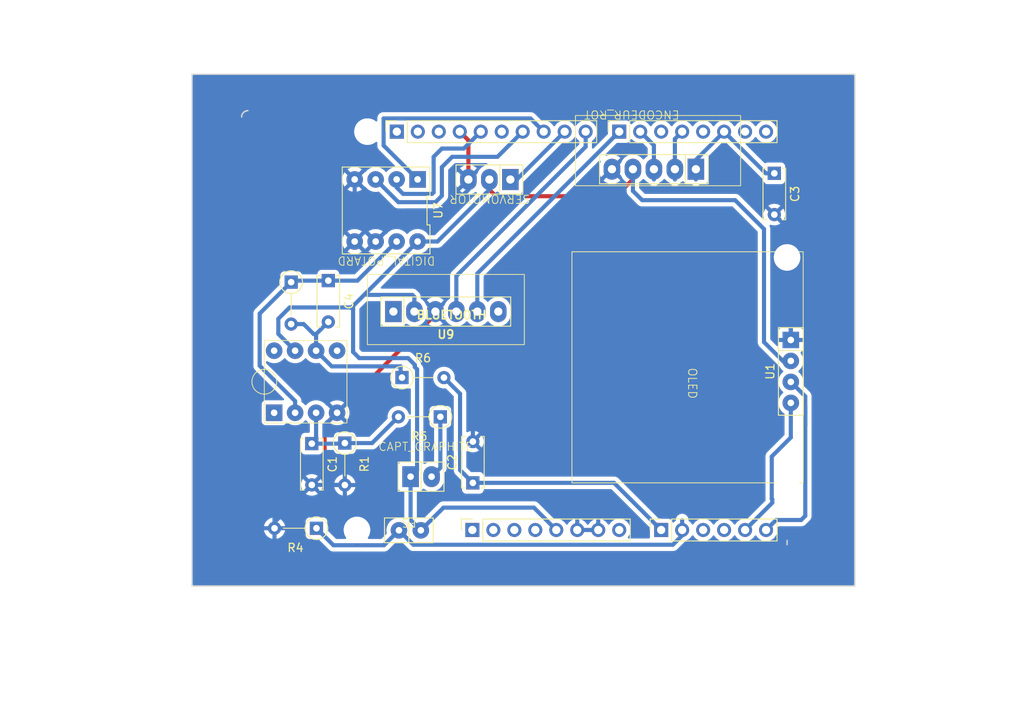
<source format=kicad_pcb>
(kicad_pcb (version 20241229) (generator "pcbnew") (generator_version "9.0")
  (title_block (date "mar. 31 mars 2015"))
  (layers (0 "F.Cu" signal) (2 "B.Cu" signal) (13 "F.Paste" user) (15 "B.Paste" user) (5 "F.SilkS" user "F.Silkscreen") (7 "B.SilkS" user "B.Silkscreen") (1 "F.Mask" user) (3 "B.Mask" user) (25 "Edge.Cuts" user))
  (net 0 "")
  (net 1 "GND")
  (net 3 "/AREF")
  (net 4 "/IOREF")
  (net 5 "/A2")
  (net 6 "/A3")
  (net 7 "/13")
  (net 8 "/12")
  (net 9 "/*11")
  (net 10 "/*10")
  (net 11 "/*9")
  (net 12 "/*5")
  (net 13 "/TX{slash}1")
  (net 14 "/*3")
  (net 15 "/RX{slash}0")
  (net 16 "+3V3")
  (net 17 "VCC")
  (net 18 "/~{RESET}")
  (net 19 "Net-(U4-IN+)")
  (net 20 "Net-(U4-OUT)")
  (net 21 "5V")
  (net 22 "R2")
  (net 23 "OUT_CAPT")
  (net 24 "CAPT_AMPL")
  (net 25 "CLK")
  (net 26 "SCL")
  (net 27 "SDA")
  (net 28 "TXD")
  (net 29 "OUT_FLEX")
  (net 30 "RX")
  (net 31 "SW")
  (net 32 "DT")
  (footprint "Connector_PinSocket_2.54mm:PinSocket_1x08_P2.54mm_Vertical" (layer "F.Cu") (at 127.94 97.46 90)
    (property "Reference" "J1" (hide yes))
    (property "Value" "Power")
    (fp_line (start 1.33 -1.33) (end 1.33 0) (stroke (width 0.12)) (layer "F.SilkS"))
    (fp_line (start 0 -1.33) (end 1.33 -1.33) (stroke (width 0.12)) (layer "F.SilkS"))
    (fp_line (start 1.33 1.27) (end 1.33 19.11) (stroke (width 0.12)) (layer "F.SilkS"))
    (fp_line (start -1.33 1.27) (end 1.33 1.27) (stroke (width 0.12)) (layer "F.SilkS"))
    (fp_line (start -1.33 1.27) (end -1.33 19.11) (stroke (width 0.12)) (layer "F.SilkS"))
    (fp_line (start -1.33 19.11) (end 1.33 19.11) (stroke (width 0.12)) (layer "F.SilkS"))
    (pad "1" thru_hole rect (at 0 0 90) (size 1.7 1.7) (drill 1) (layers "*.Cu" "*.Mask"))
    (pad "2" thru_hole oval (at 0 2.54 90) (size 1.7 1.7) (drill 1) (layers "*.Cu" "*.Mask") (net 4 "/IOREF"))
    (pad "3" thru_hole oval (at 0 5.08 90) (size 1.7 1.7) (drill 1) (layers "*.Cu" "*.Mask") (net 18 "/~{RESET}"))
    (pad "4" thru_hole oval (at 0 7.62 90) (size 1.7 1.7) (drill 1) (layers "*.Cu" "*.Mask") (net 16 "+3V3"))
    (pad "5" thru_hole oval (at 0 10.16 90) (size 1.7 1.7) (drill 1) (layers "*.Cu" "*.Mask") (net 21 "5V"))
    (pad "6" thru_hole oval (at 0 12.7 90) (size 1.7 1.7) (drill 1) (layers "*.Cu" "*.Mask") (net 1 "GND"))
    (pad "7" thru_hole oval (at 0 15.24 90) (size 1.7 1.7) (drill 1) (layers "*.Cu" "*.Mask") (net 1 "GND"))
    (pad "8" thru_hole oval (at 0 17.78 90) (size 1.7 1.7) (drill 1) (layers "*.Cu" "*.Mask") (net 17 "VCC"))
  )
  (footprint "Connector_PinSocket_2.54mm:PinSocket_1x06_P2.54mm_Vertical" (layer "F.Cu") (at 150.8 97.46 90)
    (property "Reference" "J3" (hide yes))
    (property "Value" "Analog")
    (fp_line (start 1.33 -1.33) (end 1.33 0) (stroke (width 0.12)) (layer "F.SilkS"))
    (fp_line (start 0 -1.33) (end 1.33 -1.33) (stroke (width 0.12)) (layer "F.SilkS"))
    (fp_line (start 1.33 1.27) (end 1.33 14.03) (stroke (width 0.12)) (layer "F.SilkS"))
    (fp_line (start -1.33 1.27) (end 1.33 1.27) (stroke (width 0.12)) (layer "F.SilkS"))
    (fp_line (start -1.33 1.27) (end -1.33 14.03) (stroke (width 0.12)) (layer "F.SilkS"))
    (fp_line (start -1.33 14.03) (end 1.33 14.03) (stroke (width 0.12)) (layer "F.SilkS"))
    (pad "1" thru_hole rect (at 0 0 90) (size 1.7 1.7) (drill 1) (layers "*.Cu" "*.Mask") (net 24 "CAPT_AMPL"))
    (pad "2" thru_hole oval (at 0 2.54 90) (size 1.7 1.7) (drill 1) (layers "*.Cu" "*.Mask") (net 29 "OUT_FLEX"))
    (pad "3" thru_hole oval (at 0 5.08 90) (size 1.7 1.7) (drill 1) (layers "*.Cu" "*.Mask") (net 5 "/A2"))
    (pad "4" thru_hole oval (at 0 7.62 90) (size 1.7 1.7) (drill 1) (layers "*.Cu" "*.Mask") (net 6 "/A3"))
    (pad "5" thru_hole oval (at 0 10.16 90) (size 1.7 1.7) (drill 1) (layers "*.Cu" "*.Mask") (net 27 "SDA"))
    (pad "6" thru_hole oval (at 0 12.7 90) (size 1.7 1.7) (drill 1) (layers "*.Cu" "*.Mask") (net 26 "SCL"))
  )
  (footprint "Connector_PinSocket_2.54mm:PinSocket_1x10_P2.54mm_Vertical" (layer "F.Cu") (at 118.796 49.2 90)
    (property "Reference" "J2" (hide yes))
    (property "Value" "Digital/PWM")
    (fp_line (start 1.33 -1.33) (end 1.33 0) (stroke (width 0.12)) (layer "F.SilkS"))
    (fp_line (start 0 -1.33) (end 1.33 -1.33) (stroke (width 0.12)) (layer "F.SilkS"))
    (fp_line (start 1.33 1.27) (end 1.33 24.19) (stroke (width 0.12)) (layer "F.SilkS"))
    (fp_line (start -1.33 1.27) (end 1.33 1.27) (stroke (width 0.12)) (layer "F.SilkS"))
    (fp_line (start -1.33 1.27) (end -1.33 24.19) (stroke (width 0.12)) (layer "F.SilkS"))
    (fp_line (start -1.33 24.19) (end 1.33 24.19) (stroke (width 0.12)) (layer "F.SilkS"))
    (pad "1" thru_hole rect (at 0 0 90) (size 1.7 1.7) (drill 1) (layers "*.Cu" "*.Mask") (net 26 "SCL"))
    (pad "2" thru_hole oval (at 0 2.54 90) (size 1.7 1.7) (drill 1) (layers "*.Cu" "*.Mask") (net 27 "SDA"))
    (pad "3" thru_hole oval (at 0 5.08 90) (size 1.7 1.7) (drill 1) (layers "*.Cu" "*.Mask") (net 3 "/AREF"))
    (pad "4" thru_hole oval (at 0 7.62 90) (size 1.7 1.7) (drill 1) (layers "*.Cu" "*.Mask") (net 1 "GND"))
    (pad "5" thru_hole oval (at 0 10.16 90) (size 1.7 1.7) (drill 1) (layers "*.Cu" "*.Mask") (net 7 "/13"))
    (pad "6" thru_hole oval (at 0 12.7 90) (size 1.7 1.7) (drill 1) (layers "*.Cu" "*.Mask") (net 8 "/12"))
    (pad "7" thru_hole oval (at 0 15.24 90) (size 1.7 1.7) (drill 1) (layers "*.Cu" "*.Mask") (net 9 "/*11"))
    (pad "8" thru_hole oval (at 0 17.78 90) (size 1.7 1.7) (drill 1) (layers "*.Cu" "*.Mask") (net 10 "/*10"))
    (pad "9" thru_hole oval (at 0 20.32 90) (size 1.7 1.7) (drill 1) (layers "*.Cu" "*.Mask") (net 11 "/*9"))
    (pad "10" thru_hole oval (at 0 22.86 90) (size 1.7 1.7) (drill 1) (layers "*.Cu" "*.Mask") (net 28 "TXD"))
  )
  (footprint "Connector_PinSocket_2.54mm:PinSocket_1x08_P2.54mm_Vertical" (layer "F.Cu") (at 145.72 49.2 90)
    (property "Reference" "J4" (hide yes))
    (property "Value" "Digital/PWM")
    (fp_line (start 1.33 -1.33) (end 1.33 0) (stroke (width 0.12)) (layer "F.SilkS"))
    (fp_line (start 0 -1.33) (end 1.33 -1.33) (stroke (width 0.12)) (layer "F.SilkS"))
    (fp_line (start 1.33 1.27) (end 1.33 19.11) (stroke (width 0.12)) (layer "F.SilkS"))
    (fp_line (start -1.33 1.27) (end 1.33 1.27) (stroke (width 0.12)) (layer "F.SilkS"))
    (fp_line (start -1.33 1.27) (end -1.33 19.11) (stroke (width 0.12)) (layer "F.SilkS"))
    (fp_line (start -1.33 19.11) (end 1.33 19.11) (stroke (width 0.12)) (layer "F.SilkS"))
    (pad "1" thru_hole rect (at 0 0 90) (size 1.7 1.7) (drill 1) (layers "*.Cu" "*.Mask") (net 30 "RX"))
    (pad "2" thru_hole oval (at 0 2.54 90) (size 1.7 1.7) (drill 1) (layers "*.Cu" "*.Mask") (net 31 "SW"))
    (pad "3" thru_hole oval (at 0 5.08 90) (size 1.7 1.7) (drill 1) (layers "*.Cu" "*.Mask") (net 12 "/*5"))
    (pad "4" thru_hole oval (at 0 7.62 90) (size 1.7 1.7) (drill 1) (layers "*.Cu" "*.Mask") (net 32 "DT"))
    (pad "5" thru_hole oval (at 0 10.16 90) (size 1.7 1.7) (drill 1) (layers "*.Cu" "*.Mask") (net 14 "/*3"))
    (pad "6" thru_hole oval (at 0 12.7 90) (size 1.7 1.7) (drill 1) (layers "*.Cu" "*.Mask") (net 25 "CLK"))
    (pad "7" thru_hole oval (at 0 15.24 90) (size 1.7 1.7) (drill 1) (layers "*.Cu" "*.Mask") (net 13 "/TX{slash}1"))
    (pad "8" thru_hole oval (at 0 17.78 90) (size 1.7 1.7) (drill 1) (layers "*.Cu" "*.Mask") (net 15 "/RX{slash}0"))
  )
  (footprint "librairie_empreintes:R_Axial_DIN0207_L6.3mm_D2.5mm_P5.08mm_Vertical" (layer "F.Cu") (at 109.065 97.25 180)
    (property "Reference" "R4" (at 2.54 -2.37 0) (layer "F.SilkS"))
    (property "Value" "47k")
    (fp_line (start 1.37 0) (end 3.98 0) (stroke (width 0.12)) (layer "F.SilkS"))
    (fp_circle (center 0 0) (end 1.37 0) (stroke (width 0.12)) (fill no) (layer "F.SilkS"))
    (pad "1" thru_hole rect (at 0 0 180) (size 1.6 1.6) (drill 0.8) (layers "*.Cu" "*.Mask") (net 29 "OUT_FLEX"))
    (pad "2" thru_hole oval (at 5.08 0 180) (size 1.6 1.6) (drill 0.8) (layers "*.Cu" "*.Mask") (net 1 "GND"))
  )
  (footprint "librairie_empreintes:SIP-3" (layer "F.Cu") (at 130 55 180)
    (property "Reference" "U6" (hide yes))
    (property "Value" "~" (hide yes))
    (fp_line (start 4.04 1.77) (end -4.04 1.77) (stroke (width 0.12)) (layer "F.SilkS"))
    (fp_line (start 4.04 -1.77) (end 4.04 1.77) (stroke (width 0.12)) (layer "F.SilkS"))
    (fp_line (start -1.27 -1.77) (end -1.27 1.77) (stroke (width 0.12)) (layer "F.SilkS"))
    (fp_line (start -4.04 1.77) (end -4.04 -1.77) (stroke (width 0.12)) (layer "F.SilkS"))
    (fp_line (start -4.04 -1.77) (end 4.04 -1.77) (stroke (width 0.12)) (layer "F.SilkS"))
    (fp_text user "SERVOMOTOR" (at -5 -1.77 180) (layer "F.SilkS") (effects (font (thickness 0.1)) (justify left bottom)))
    (pad "1" thru_hole rect (at -2.54 0 180) (size 2 2.54) (drill 1) (layers "*.Cu" "*.Mask") (net 11 "/*9"))
    (pad "2" thru_hole oval (at 0 0 180) (size 2 2.54) (drill 1) (layers "*.Cu" "*.Mask") (net 21 "5V"))
    (pad "3" thru_hole oval (at 2.54 0 180) (size 2 2.54) (drill 1) (layers "*.Cu" "*.Mask") (net 1 "GND"))
  )
  (footprint "librairie_empreintes:R_Axial_DIN0207_L6.3mm_D2.5mm_P5.08mm_Vertical" (layer "F.Cu") (at 124.065 83.75 180)
    (property "Reference" "R5" (at 2.54 -2.37 0) (layer "F.SilkS"))
    (property "Value" "10k")
    (fp_line (start 1.37 0) (end 3.98 0) (stroke (width 0.12)) (layer "F.SilkS"))
    (fp_circle (center 0 0) (end 1.37 0) (stroke (width 0.12)) (fill no) (layer "F.SilkS"))
    (pad "1" thru_hole rect (at 0 0 180) (size 1.6 1.6) (drill 0.8) (layers "*.Cu" "*.Mask") (net 23 "OUT_CAPT"))
    (pad "2" thru_hole oval (at 5.08 0 180) (size 1.6 1.6) (drill 0.8) (layers "*.Cu" "*.Mask") (net 19 "Net-(U4-IN+)"))
  )
  (footprint "librairie_empreintes:DIP-8_296" (layer "F.Cu") (at 117.5 58.75 180)
    (property "Reference" "U7" (at -6.31 0 90) (layer "F.SilkS"))
    (property "Value" "~")
    (fp_line (start 5.31 5.26) (end 5.31 -5.26) (stroke (width 0.12)) (layer "F.SilkS"))
    (fp_line (start 5.31 -5.26) (end -5.31 -5.26) (stroke (width 0.12)) (layer "F.SilkS"))
    (fp_line (start -4.95 1.753333) (end -5.31 1.753333) (stroke (width 0.12)) (layer "F.SilkS"))
    (fp_line (start -4.95 -1.753333) (end -4.95 1.753333) (stroke (width 0.12)) (layer "F.SilkS"))
    (fp_line (start -5.31 5.26) (end 5.31 5.26) (stroke (width 0.12)) (layer "F.SilkS"))
    (fp_line (start -5.31 1.753333) (end -5.31 5.26) (stroke (width 0.12)) (layer "F.SilkS"))
    (fp_line (start -5.31 -1.753333) (end -4.95 -1.753333) (stroke (width 0.12)) (layer "F.SilkS"))
    (fp_line (start -5.31 -5.26) (end -5.31 -1.753333) (stroke (width 0.12)) (layer "F.SilkS"))
    (fp_text user "DIGITAL_POTARD" (at -6 -5.5 180) (layer "F.SilkS") (effects (font (thickness 0.1)) (justify left bottom)))
    (pad "1" thru_hole rect (at -3.81 3.76 180) (size 2 2) (drill 0.8) (layers "*.Cu" "*.Mask") (net 10 "/*10"))
    (pad "2" thru_hole circle (at -1.27 3.76 180) (size 2 2) (drill 0.8) (layers "*.Cu" "*.Mask") (net 7 "/13"))
    (pad "3" thru_hole circle (at 1.27 3.76 180) (size 2 2) (drill 0.8) (layers "*.Cu" "*.Mask") (net 9 "/*11"))
    (pad "4" thru_hole circle (at 3.81 3.76 180) (size 2 2) (drill 0.8) (layers "*.Cu" "*.Mask") (net 1 "GND"))
    (pad "5" thru_hole circle (at 3.81 -3.76 180) (size 2 2) (drill 0.8) (layers "*.Cu" "*.Mask") (net 1 "GND"))
    (pad "6" thru_hole circle (at 1.27 -3.76 180) (size 2 2) (drill 0.8) (layers "*.Cu" "*.Mask") (net 1 "GND"))
    (pad "7" thru_hole circle (at -1.27 -3.76 180) (size 2 2) (drill 0.8) (layers "*.Cu" "*.Mask") (net 22 "R2"))
    (pad "8" thru_hole circle (at -3.81 -3.76 180) (size 2 2) (drill 0.8) (layers "*.Cu" "*.Mask") (net 21 "5V"))
  )
  (footprint "librairie_empreintes:C_Disc_D6.0mm_W2.5mm_P5.00mm" (layer "F.Cu") (at 164.5 54.25 -90)
    (property "Reference" "C3" (at 2.5 -2.5 90) (layer "F.SilkS"))
    (property "Value" "100n")
    (fp_line (start -0.62 1.37) (end 5.62 1.37) (stroke (width 0.12)) (layer "F.SilkS"))
    (fp_line (start -0.62 0.925) (end -0.62 1.37) (stroke (width 0.12)) (layer "F.SilkS"))
    (fp_line (start 5.62 0.925) (end 5.62 1.37) (stroke (width 0.12)) (layer "F.SilkS"))
    (fp_line (start -0.62 -1.37) (end -0.62 -0.925) (stroke (width 0.12)) (layer "F.SilkS"))
    (fp_line (start -0.62 -1.37) (end 5.62 -1.37) (stroke (width 0.12)) (layer "F.SilkS"))
    (fp_line (start 5.62 -1.37) (end 5.62 -0.925) (stroke (width 0.12)) (layer "F.SilkS"))
    (pad "1" thru_hole rect (at 0 0 270) (size 1.6 1.6) (drill 0.8) (layers "*.Cu" "*.Mask") (net 25 "CLK"))
    (pad "2" thru_hole circle (at 5 0 270) (size 1.6 1.6) (drill 0.8) (layers "*.Cu" "*.Mask") (net 1 "GND"))
  )
  (footprint "librairie_empreintes:SIP-4" (layer "F.Cu") (at 166.495 78.25 -90)
    (property "Reference" "U1" (at 0 2.5 90) (layer "F.SilkS"))
    (property "Value" "~")
    (fp_line (start -5.31 1.5) (end -5.31 -1.5) (stroke (width 0.12)) (layer "F.SilkS"))
    (fp_line (start 5.31 1.5) (end -5.31 1.5) (stroke (width 0.12)) (layer "F.SilkS"))
    (fp_line (start -5.31 -1.5) (end 5.31 -1.5) (stroke (width 0.12)) (layer "F.SilkS"))
    (fp_line (start -2.54 -1.5) (end -2.54 1.5) (stroke (width 0.12)) (layer "F.SilkS"))
    (fp_line (start 5.31 -1.5) (end 5.31 1.5) (stroke (width 0.12)) (layer "F.SilkS"))
    (fp_rect (start -14.5 -1.5) (end 13.5 26.5) (stroke (width 0.1)) (fill no) (layer "F.SilkS"))
    (fp_text user "OLED" (at -0.5 12.5 270) (layer "F.SilkS") (effects (font (thickness 0.1)) (justify left bottom)))
    (pad "1" thru_hole rect (at -3.81 0 270) (size 2 2) (drill 0.8) (layers "*.Cu" "*.Mask") (net 1 "GND"))
    (pad "2" thru_hole circle (at -1.27 0 270) (size 2 2) (drill 0.8) (layers "*.Cu" "*.Mask") (net 21 "5V"))
    (pad "3" thru_hole circle (at 1.27 0 270) (size 2 2) (drill 0.8) (layers "*.Cu" "*.Mask") (net 26 "SCL"))
    (pad "4" thru_hole circle (at 3.81 0 270) (size 2 2) (drill 0.8) (layers "*.Cu" "*.Mask") (net 27 "SDA"))
  )
  (footprint "librairie_empreintes:C_Disc_D6.0mm_W2.5mm_P5.00mm" (layer "F.Cu") (at 108.5 87 -90)
    (property "Reference" "C1" (at 2.5 -2.5 90) (layer "F.SilkS"))
    (property "Value" "100n")
    (fp_line (start -0.62 1.37) (end 5.62 1.37) (stroke (width 0.12)) (layer "F.SilkS"))
    (fp_line (start -0.62 0.925) (end -0.62 1.37) (stroke (width 0.12)) (layer "F.SilkS"))
    (fp_line (start 5.62 0.925) (end 5.62 1.37) (stroke (width 0.12)) (layer "F.SilkS"))
    (fp_line (start -0.62 -1.37) (end -0.62 -0.925) (stroke (width 0.12)) (layer "F.SilkS"))
    (fp_line (start -0.62 -1.37) (end 5.62 -1.37) (stroke (width 0.12)) (layer "F.SilkS"))
    (fp_line (start 5.62 -1.37) (end 5.62 -0.925) (stroke (width 0.12)) (layer "F.SilkS"))
    (pad "1" thru_hole rect (at 0 0 270) (size 1.6 1.6) (drill 0.8) (layers "*.Cu" "*.Mask") (net 19 "Net-(U4-IN+)"))
    (pad "2" thru_hole circle (at 5 0 270) (size 1.6 1.6) (drill 0.8) (layers "*.Cu" "*.Mask") (net 1 "GND"))
  )
  (footprint "librairie_empreintes:C_Disc_D6.0mm_W2.5mm_P5.00mm" (layer "F.Cu") (at 110.5 67.25 -90)
    (property "Reference" "C4" (at 2.5 -2.5 90) (layer "F.SilkS"))
    (property "Value" "1u")
    (fp_line (start -0.62 1.37) (end 5.62 1.37) (stroke (width 0.12)) (layer "F.SilkS"))
    (fp_line (start -0.62 0.925) (end -0.62 1.37) (stroke (width 0.12)) (layer "F.SilkS"))
    (fp_line (start 5.62 0.925) (end 5.62 1.37) (stroke (width 0.12)) (layer "F.SilkS"))
    (fp_line (start -0.62 -1.37) (end -0.62 -0.925) (stroke (width 0.12)) (layer "F.SilkS"))
    (fp_line (start -0.62 -1.37) (end 5.62 -1.37) (stroke (width 0.12)) (layer "F.SilkS"))
    (fp_line (start 5.62 -1.37) (end 5.62 -0.925) (stroke (width 0.12)) (layer "F.SilkS"))
    (pad "1" thru_hole rect (at 0 0 270) (size 1.6 1.6) (drill 0.8) (layers "*.Cu" "*.Mask") (net 22 "R2"))
    (pad "2" thru_hole circle (at 5 0 270) (size 1.6 1.6) (drill 0.8) (layers "*.Cu" "*.Mask") (net 20 "Net-(U4-OUT)"))
  )
  (footprint "Arduino_MountingHole:MountingHole_3.2mm" (layer "F.Cu") (at 115.24 49.2)
    (property "Reference" "MH1" (hide yes))
    (property "Value" "MountingHole_3.2mm" (hide yes))
    (pad "" np_thru_hole circle (at 0 0) (size 3.2 3.2) (drill 3.2) (layers "*.Cu" "*.Mask"))
  )
  (footprint "librairie_empreintes:CAPTEUR_GRAPHITE" (layer "F.Cu") (at 122.5 97)
    (property "Reference" "U8" (hide yes))
    (property "Value" "~" (hide yes))
    (fp_line (start -3.54 -7.77) (end 2 -7.77) (stroke (width 0.12)) (layer "F.SilkS"))
    (fp_line (start -3.54 -4.23) (end -3.54 -7.77) (stroke (width 0.12)) (layer "F.SilkS"))
    (fp_line (start -0.77 -7.77) (end -0.77 -4.23) (stroke (width 0.12)) (layer "F.SilkS"))
    (fp_line (start 2 -7.77) (end 2 -4.23) (stroke (width 0.12)) (layer "F.SilkS"))
    (fp_line (start 2 -4.23) (end -3.54 -4.23) (stroke (width 0.12)) (layer "F.SilkS"))
    (fp_text user "CAPT_GRAPHITE" (at -6 -9.04 0) (layer "F.SilkS") (effects (font (thickness 0.1)) (justify left bottom)))
    (pad "1" thru_hole rect (at -2.04 -6) (size 2 2.54) (drill 0.8) (layers "*.Cu" "*.Mask") (net 21 "5V"))
    (pad "2" thru_hole oval (at 0.5 -6) (size 2 2.54) (drill 0.8) (layers "*.Cu" "*.Mask") (net 23 "OUT_CAPT"))
  )
  (footprint "librairie_empreintes:R_Axial_DIN0207_L6.3mm_D2.5mm_P5.08mm_Vertical" (layer "F.Cu") (at 106 67.435 -90)
    (property "Reference" "R3" (hide yes))
    (property "Value" "100k")
    (fp_line (start 1.37 0) (end 3.98 0) (stroke (width 0.12)) (layer "F.SilkS"))
    (fp_circle (center 0 0) (end 1.37 0) (stroke (width 0.12)) (fill no) (layer "F.SilkS"))
    (pad "1" thru_hole rect (at 0 0 270) (size 1.6 1.6) (drill 0.8) (layers "*.Cu" "*.Mask") (net 22 "R2"))
    (pad "2" thru_hole oval (at 5.08 0 270) (size 1.6 1.6) (drill 0.8) (layers "*.Cu" "*.Mask") (net 20 "Net-(U4-OUT)"))
  )
  (footprint "librairie_empreintes:BLUETOOTH" (layer "F.Cu") (at 124.73 71)
    (property "Reference" "U9" (at 0 2.77 0) (layer "F.SilkS") (effects (font (thickness 0.2) (bold yes))))
    (property "Value" "~" (hide yes))
    (fp_line (start -7.85 -1.77) (end 7.85 -1.77) (stroke (width 0.12)) (layer "F.SilkS"))
    (fp_line (start -7.85 1.77) (end -7.85 -1.77) (stroke (width 0.12)) (layer "F.SilkS"))
    (fp_line (start -5.08 -1.77) (end -5.08 1.77) (stroke (width 0.12)) (layer "F.SilkS"))
    (fp_line (start 7.85 -1.77) (end 7.85 1.77) (stroke (width 0.12)) (layer "F.SilkS"))
    (fp_line (start 7.85 1.77) (end -7.85 1.77) (stroke (width 0.12)) (layer "F.SilkS"))
    (fp_rect (start -9.5 -4.5) (end 9.5 4) (stroke (width 0.1)) (fill no) (layer "F.SilkS"))
    (fp_text user "BLUETOOTH" (at -3.65 1 0) (layer "F.SilkS") (effects (font (thickness 0.2) (bold yes)) (justify left bottom)))
    (pad "1" thru_hole rect (at -6.35 0) (size 2 2.54) (drill 1) (layers "*.Cu" "*.Mask"))
    (pad "2" thru_hole oval (at -3.81 0) (size 2 2.54) (drill 1) (layers "*.Cu" "*.Mask") (net 21 "5V"))
    (pad "3" thru_hole oval (at -1.27 0) (size 2 2.54) (drill 1) (layers "*.Cu" "*.Mask") (net 1 "GND"))
    (pad "4" thru_hole oval (at 1.27 0) (size 2 2.54) (drill 1) (layers "*.Cu" "*.Mask") (net 28 "TXD"))
    (pad "5" thru_hole oval (at 3.81 0) (size 2 2.54) (drill 1) (layers "*.Cu" "*.Mask") (net 30 "RX"))
    (pad "6" thru_hole oval (at 6.35 0) (size 2 2.54) (drill 1) (layers "*.Cu" "*.Mask"))
  )
  (footprint "librairie_empreintes:C_Disc_D6.0mm_W2.5mm_P5.00mm" (layer "F.Cu") (at 128 91.75 90)
    (property "Reference" "C2" (at 2.5 -2.5 90) (layer "F.SilkS"))
    (property "Value" "100n")
    (fp_line (start 5.62 -1.37) (end 5.62 -0.925) (stroke (width 0.12)) (layer "F.SilkS"))
    (fp_line (start -0.62 -1.37) (end 5.62 -1.37) (stroke (width 0.12)) (layer "F.SilkS"))
    (fp_line (start -0.62 -1.37) (end -0.62 -0.925) (stroke (width 0.12)) (layer "F.SilkS"))
    (fp_line (start 5.62 0.925) (end 5.62 1.37) (stroke (width 0.12)) (layer "F.SilkS"))
    (fp_line (start -0.62 0.925) (end -0.62 1.37) (stroke (width 0.12)) (layer "F.SilkS"))
    (fp_line (start -0.62 1.37) (end 5.62 1.37) (stroke (width 0.12)) (layer "F.SilkS"))
    (pad "1" thru_hole rect (at 0 0 90) (size 1.6 1.6) (drill 0.8) (layers "*.Cu" "*.Mask") (net 24 "CAPT_AMPL"))
    (pad "2" thru_hole circle (at 5 0 90) (size 1.6 1.6) (drill 0.8) (layers "*.Cu" "*.Mask") (net 1 "GND"))
  )
  (footprint "librairie_empreintes:SIP-2" (layer "F.Cu") (at 120.25 96.75 180)
    (property "Reference" "U5" (hide yes))
    (property "Value" "~" (hide yes))
    (fp_line (start 2.95 0.75) (end -2.95 0.75) (stroke (width 0.12)) (layer "F.SilkS"))
    (fp_line (start 2.95 -2.25) (end 2.95 0.75) (stroke (width 0.12)) (layer "F.SilkS"))
    (fp_line (start 0 -2.25) (end 0 0.75) (stroke (width 0.12)) (layer "F.SilkS"))
    (fp_line (start -2.95 0.75) (end -2.95 -2.25) (stroke (width 0.12)) (layer "F.SilkS"))
    (fp_line (start -2.95 -2.25) (end 2.95 -2.25) (stroke (width 0.12)) (layer "F.SilkS"))
    (fp_text user "FS" (at -1 0.75 180) (layer "F.SilkS") (effects (font (thickness 0.1)) (justify left bottom)))
    (pad "1" thru_hole circle (at -1.45 -0.75 180) (size 2 2) (drill 0.8) (layers "*.Cu" "*.Mask") (net 21 "5V"))
    (pad "2" thru_hole circle (at 1.2 -0.75 180) (size 2 2) (drill 0.8) (layers "*.Cu" "*.Mask") (net 29 "OUT_FLEX"))
  )
  (footprint "librairie_empreintes:DIP-8_296" (layer "F.Cu") (at 107.75 79.5)
    (property "Reference" "U4" (hide yes))
    (property "Value" "~" (hide yes))
    (fp_rect (start -5 -5) (end 5 5) (stroke (width 0.1)) (fill no) (layer "F.SilkS"))
    (fp_circle (center -5 0) (end -3.5 0) (stroke (width 0.1)) (fill no) (layer "F.SilkS"))
    (pad "1" thru_hole rect (at -3.81 3.76) (size 2 2) (drill 0.8) (layers "*.Cu" "*.Mask"))
    (pad "2" thru_hole circle (at -1.27 3.76) (size 2 2) (drill 0.8) (layers "*.Cu" "*.Mask") (net 22 "R2"))
    (pad "3" thru_hole circle (at 1.27 3.76) (size 2 2) (drill 0.8) (layers "*.Cu" "*.Mask") (net 19 "Net-(U4-IN+)"))
    (pad "4" thru_hole circle (at 3.81 3.76) (size 2 2) (drill 0.8) (layers "*.Cu" "*.Mask") (net 1 "GND"))
    (pad "5" thru_hole circle (at 3.81 -3.76) (size 2 2) (drill 0.8) (layers "*.Cu" "*.Mask"))
    (pad "6" thru_hole circle (at 1.27 -3.76) (size 2 2) (drill 0.8) (layers "*.Cu" "*.Mask") (net 20 "Net-(U4-OUT)"))
    (pad "7" thru_hole circle (at -1.27 -3.76) (size 2 2) (drill 0.8) (layers "*.Cu" "*.Mask") (net 21 "5V"))
    (pad "8" thru_hole circle (at -3.81 -3.76) (size 2 2) (drill 0.8) (layers "*.Cu" "*.Mask"))
  )
  (footprint "librairie_empreintes:ENCODEUR ROT" (layer "F.Cu") (at 149.92 53.75 180)
    (property "Reference" "U2" (hide yes))
    (property "Value" "~" (hide yes))
    (fp_line (start 6.58 1.77) (end -6.58 1.77) (stroke (width 0.12)) (layer "F.SilkS"))
    (fp_line (start 6.58 -1.77) (end 6.58 1.77) (stroke (width 0.12)) (layer "F.SilkS"))
    (fp_line (start -3.81 -1.77) (end -3.81 1.77) (stroke (width 0.12)) (layer "F.SilkS"))
    (fp_line (start -6.58 1.77) (end -6.58 -1.77) (stroke (width 0.12)) (layer "F.SilkS"))
    (fp_line (start -6.58 -1.77) (end 6.58 -1.77) (stroke (width 0.12)) (layer "F.SilkS"))
    (fp_rect (start -10.5 -2) (end 9.5 6.5) (stroke (width 0.1)) (fill no) (layer "F.SilkS"))
    (fp_text user "ENCODEUR_ROT" (at -3.15 7.2 180) (layer "F.SilkS") (effects (font (thickness 0.1)) (justify left bottom)))
    (pad "1" thru_hole rect (at -5.08 0 180) (size 2 2.54) (drill 1) (layers "*.Cu" "*.Mask") (net 25 "CLK"))
    (pad "2" thru_hole oval (at -2.54 0 180) (size 2 2.54) (drill 1) (layers "*.Cu" "*.Mask") (net 32 "DT"))
    (pad "3" thru_hole oval (at 0 0 180) (size 2 2.54) (drill 1) (layers "*.Cu" "*.Mask") (net 31 "SW"))
    (pad "4" thru_hole oval (at 2.54 0 180) (size 2 2.54) (drill 1) (layers "*.Cu" "*.Mask") (net 21 "5V"))
    (pad "5" thru_hole oval (at 5.08 0 180) (size 2 2.54) (drill 1) (layers "*.Cu" "*.Mask") (net 1 "GND"))
  )
  (footprint "Arduino_MountingHole:MountingHole_3.2mm" (layer "F.Cu") (at 113.97 97.46)
    (property "Reference" "MH2" (hide yes))
    (property "Value" "MountingHole_3.2mm" (hide yes))
    (pad "" np_thru_hole circle (at 0 0) (size 3.2 3.2) (drill 3.2) (layers "*.Cu" "*.Mask"))
  )
  (footprint "Arduino_MountingHole:MountingHole_3.2mm" (layer "F.Cu") (at 166.04 64.44)
    (property "Reference" "MH3" (hide yes))
    (property "Value" "MountingHole_3.2mm" (hide yes))
    (pad "" np_thru_hole circle (at 0 0) (size 3.2 3.2) (drill 3.2) (layers "*.Cu" "*.Mask"))
  )
  (footprint "Arduino_MountingHole:MountingHole_3.2mm" (layer "F.Cu") (at 166.04 92.38)
    (property "Reference" "MH4" (hide yes))
    (property "Value" "MountingHole_3.2mm" (hide yes))
    (pad "" np_thru_hole circle (at 0 0) (size 3.2 3.2) (drill 3.2) (layers "*.Cu" "*.Mask"))
  )
  (footprint "librairie_empreintes:R_Axial_DIN0207_L6.3mm_D2.5mm_P5.08mm_Vertical" (layer "F.Cu") (at 112.5 86.935 -90)
    (property "Reference" "R1" (at 2.54 -2.37 90) (layer "F.SilkS"))
    (property "Value" "100k")
    (fp_line (start 1.37 0) (end 3.98 0) (stroke (width 0.12)) (layer "F.SilkS"))
    (fp_circle (center 0 0) (end 1.37 0) (stroke (width 0.12)) (fill no) (layer "F.SilkS"))
    (pad "1" thru_hole rect (at 0 0 270) (size 1.6 1.6) (drill 0.8) (layers "*.Cu" "*.Mask") (net 19 "Net-(U4-IN+)"))
    (pad "2" thru_hole oval (at 5.08 0 270) (size 1.6 1.6) (drill 0.8) (layers "*.Cu" "*.Mask") (net 1 "GND"))
  )
  (footprint "librairie_empreintes:R_Axial_DIN0207_L6.3mm_D2.5mm_P5.08mm_Vertical" (layer "F.Cu") (at 119.42 79)
    (property "Reference" "R6" (at 2.54 -2.37 0) (layer "F.SilkS"))
    (property "Value" "1k")
    (fp_line (start 1.37 0) (end 3.98 0) (stroke (width 0.12)) (layer "F.SilkS"))
    (fp_circle (center 0 0) (end 1.37 0) (stroke (width 0.12)) (fill no) (layer "F.SilkS"))
    (pad "1" thru_hole rect (at 0 0) (size 1.6 1.6) (drill 0.8) (layers "*.Cu" "*.Mask") (net 20 "Net-(U4-OUT)"))
    (pad "2" thru_hole oval (at 5.08 0) (size 1.6 1.6) (drill 0.8) (layers "*.Cu" "*.Mask") (net 24 "CAPT_AMPL"))
  )
  (gr_rect (start 94 42.25) (end 174.25 104.25) (stroke (width 0.15)) (fill no) (layer "Edge.Cuts"))
  (gr_line (start 166.04 98.73) (end 166.04 99.238) (stroke (width 0.15)) (layer "Edge.Cuts"))
  (gr_arc (start 100 47.422) (mid 100.223185 46.883185) (end 100.762 46.66) (stroke (width 0.15)) (layer "Edge.Cuts"))
  (segment (start 127.46 50.244) (end 126.416 49.2) (width 0.5) (layer "F.Cu") (net 1))
  (segment (start 127.46 55) (end 127.46 50.244) (width 0.5) (layer "F.Cu") (net 1))
  (segment (start 110.051 84.769) (end 111.56 83.26) (width 0.5) (layer "F.Cu") (net 1))
  (segment (start 123.46 71.36) (end 123.46 71) (width 0.5) (layer "F.Cu") (net 1))
  (segment (start 108.5 92) (end 110.051 90.449) (width 0.5) (layer "F.Cu") (net 1))
  (segment (start 110.051 90.449) (end 110.051 84.769) (width 0.5) (layer "F.Cu") (net 1))
  (segment (start 111.56 83.26) (end 123.46 71.36) (width 0.5) (layer "F.Cu") (net 1))
  (segment (start 103.985 96.515) (end 103.985 97.25) (width 0.5) (layer "B.Cu") (net 1))
  (segment (start 116.23 62.51) (end 113.69 59.97) (width 0.5) (layer "B.Cu") (net 1))
  (segment (start 167.891 69) (end 166.495 70.396) (width 0.5) (layer "B.Cu") (net 1))
  (segment (start 116.23 62.51) (end 119.997 58.743) (width 0.5) (layer "B.Cu") (net 1))
  (segment (start 128 75.746288) (end 123.46 71.206288) (width 0.5) (layer "B.Cu") (net 1))
  (segment (start 167.891 69) (end 167.891 62.641) (width 0.5) (layer "B.Cu") (net 1))
  (segment (start 112.485 92) (end 112.5 92.015) (width 0.5) (layer "B.Cu") (net 1))
  (segment (start 113.69 59.97) (end 113.69 54.99) (width 0.5) (layer "B.Cu") (net 1))
  (segment (start 108.5 92) (end 112.485 92) (width 0.5) (layer "B.Cu") (net 1))
  (segment (start 167.891 62.641) (end 164.5 59.25) (width 0.5) (layer "B.Cu") (net 1))
  (segment (start 124.947 58.743) (end 127.46 56.23) (width 0.5) (layer "B.Cu") (net 1))
  (segment (start 119.997 58.743) (end 124.947 58.743) (width 0.5) (layer "B.Cu") (net 1))
  (segment (start 108.5 92) (end 103.985 96.515) (width 0.5) (layer "B.Cu") (net 1))
  (segment (start 128 86.75) (end 128 75.746288) (width 0.5) (layer "B.Cu") (net 1))
  (segment (start 166.495 70.396) (end 166.495 74.44) (width 0.5) (layer "B.Cu") (net 1))
  (segment (start 123.46 71.206288) (end 123.46 71) (width 0.5) (layer "B.Cu") (net 1))
  (segment (start 127.46 56.23) (end 127.46 55) (width 0.5) (layer "B.Cu") (net 1))
  (segment (start 126.906 51.25) (end 128.956 49.2) (width 0.5) (layer "B.Cu") (net 7))
  (segment (start 124.25 51.25) (end 126.906 51.25) (width 0.5) (layer "B.Cu") (net 7))
  (segment (start 123.25 52.25) (end 124.25 51.25) (width 0.5) (layer "B.Cu") (net 7))
  (segment (start 118.77 54.99) (end 118.77 55.952) (width 0.5) (layer "B.Cu") (net 7))
  (segment (start 118.77 55.952) (end 119.559 56.741) (width 0.5) (layer "B.Cu") (net 7))
  (segment (start 123.061 56.741) (end 123.25 56.552) (width 0.5) (layer "B.Cu") (net 7))
  (segment (start 119.559 56.741) (end 123.061 56.741) (width 0.5) (layer "B.Cu") (net 7))
  (segment (start 123.25 56.552) (end 123.25 52.25) (width 0.5) (layer "B.Cu") (net 7))
  (segment (start 130.986 52.25) (end 134.036 49.2) (width 0.5) (layer "B.Cu") (net 9))
  (segment (start 123.475628 57.742) (end 124.251 56.966628) (width 0.5) (layer "B.Cu") (net 9))
  (segment (start 116.23 54.99) (end 118.982 57.742) (width 0.5) (layer "B.Cu") (net 9))
  (segment (start 124.251 53.499) (end 125.5 52.25) (width 0.5) (layer "B.Cu") (net 9))
  (segment (start 124.251 56.966628) (end 124.251 53.499) (width 0.5) (layer "B.Cu") (net 9))
  (segment (start 125.5 52.25) (end 130.986 52.25) (width 0.5) (layer "B.Cu") (net 9))
  (segment (start 118.982 57.742) (end 123.475628 57.742) (width 0.5) (layer "B.Cu") (net 9))
  (segment (start 117.195 47.599) (end 134.975 47.599) (width 0.5) (layer "B.Cu") (net 10))
  (segment (start 134.975 47.599) (end 136.576 49.2) (width 0.5) (layer "B.Cu") (net 10))
  (segment (start 117.195 50.875) (end 117.195 47.599) (width 0.5) (layer "B.Cu") (net 10))
  (segment (start 121.31 54.99) (end 117.195 50.875) (width 0.5) (layer "B.Cu") (net 10))
  (segment (start 133.316 55) (end 139.116 49.2) (width 0.5) (layer "B.Cu") (net 11))
  (segment (start 132.54 55) (end 133.316 55) (width 0.5) (layer "B.Cu") (net 11))
  (segment (start 108.5 87) (end 112.435 87) (width 0.5) (layer "B.Cu") (net 19))
  (segment (start 109.02 86.48) (end 108.5 87) (width 0.5) (layer "B.Cu") (net 19))
  (segment (start 112.5 86.935) (end 115.8 86.935) (width 0.5) (layer "B.Cu") (net 19))
  (segment (start 115.8 86.935) (end 118.985 83.75) (width 0.5) (layer "B.Cu") (net 19))
  (segment (start 112.435 87) (end 112.5 86.935) (width 0.5) (layer "B.Cu") (net 19))
  (segment (start 109.02 83.26) (end 109.02 86.48) (width 0.5) (layer "B.Cu") (net 19))
  (segment (start 109.02 73.73) (end 110.5 72.25) (width 0.5) (layer "B.Cu") (net 20))
  (segment (start 109.02 75.74) (end 109.02 73.73) (width 0.5) (layer "B.Cu") (net 20))
  (segment (start 107.515 72.515) (end 106 72.515) (width 0.5) (layer "B.Cu") (net 20))
  (segment (start 109.765 76.485) (end 109.02 75.74) (width 0.5) (layer "B.Cu") (net 20))
  (segment (start 110.919144 77.639144) (end 119.25 77.639144) (width 0.5) (layer "B.Cu") (net 20))
  (segment (start 109.02 73.73) (end 108.73 73.73) (width 0.5) (layer "B.Cu") (net 20))
  (segment (start 108.73 73.73) (end 107.515 72.515) (width 0.5) (layer "B.Cu") (net 20))
  (segment (start 119.25 77.639144) (end 119.25 78.83) (width 0.5) (layer "B.Cu") (net 20))
  (segment (start 109.765 76.485) (end 110.919144 77.639144) (width 0.5) (layer "B.Cu") (net 20))
  (segment (start 119.25 78.83) (end 119.42 79) (width 0.5) (layer "B.Cu") (net 20))
  (segment (start 130 56.232) (end 130.789 57.021) (width 0.5) (layer "F.Cu") (net 21))
  (segment (start 145.339 57.021) (end 147.38 54.98) (width 0.5) (layer "F.Cu") (net 21))
  (segment (start 130.789 57.021) (end 145.339 57.021) (width 0.5) (layer "F.Cu") (net 21))
  (segment (start 147.38 54.98) (end 147.38 53.75) (width 0.5) (layer "F.Cu") (net 21))
  (segment (start 130 55) (end 130 56.232) (width 0.5) (layer "F.Cu") (net 21))
  (segment (start 115.035 68.785) (end 121.31 62.51) (width 0.5) (layer "B.Cu") (net 21))
  (segment (start 120.971 77.449) (end 120.160144 76.638144) (width 0.5) (layer "B.Cu") (net 21))
  (segment (start 106.48 75.74) (end 104.449 73.709) (width 0.5) (layer "B.Cu") (net 21))
  (segment (start 163.25 71.75) (end 163.25 61) (width 0.5) (layer "B.Cu") (net 21))
  (segment (start 120.971 77.722) (end 120.971 77.449) (width 0.5) (layer "B.Cu") (net 21))
  (segment (start 120.160144 76.638144) (end 114.25 76.638144) (width 0.5) (layer "B.Cu") (net 21))
  (segment (start 113.5 70.75) (end 113.5 70.32) (width 0.5) (layer "B.Cu") (net 21))
  (segment (start 121.7 97.5) (end 124.45 94.75) (width 0.5) (layer "B.Cu") (net 21))
  (segment (start 121.249 71.329) (end 120.92 71) (width 0.5) (layer "B.Cu") (net 21))
  (segment (start 159.75 57.5) (end 148.5 57.5) (width 0.5) (layer "B.Cu") (net 21))
  (segment (start 121.249 78) (end 120.971 77.722) (width 0.5) (layer "B.Cu") (net 21))
  (segment (start 113.25 70.5) (end 113.5 70.75) (width 0.5) (layer "B.Cu") (net 21))
  (segment (start 120.92 71) (end 120.48 71.44) (width 0.5) (layer "B.Cu") (net 21))
  (segment (start 120.46 96.26) (end 121.7 97.5) (width 0.5) (layer "B.Cu") (net 21))
  (segment (start 120.46 91) (end 121.249 90.211) (width 0.5) (layer "B.Cu") (net 21))
  (segment (start 113.5 75.888144) (end 113.5 70.75) (width 0.5) (layer "B.Cu") (net 21))
  (segment (start 130 55) (end 130 56.23) (width 0.5) (layer "B.Cu") (net 21))
  (segment (start 121.249 90.211) (end 121.249 78) (width 0.5) (layer "B.Cu") (net 21))
  (segment (start 148.5 57.5) (end 147.38 56.38) (width 0.5) (layer "B.Cu") (net 21))
  (segment (start 113.5 70.32) (end 115.035 68.785) (width 0.5) (layer "B.Cu") (net 21))
  (segment (start 104.449 71.872554) (end 105.821554 70.5) (width 0.5) (layer "B.Cu") (net 21))
  (segment (start 165.994 77.441) (end 166.495 77.441) (width 0.5) (layer "B.Cu") (net 21))
  (segment (start 120.669 68.979) (end 120.92 69.23) (width 0.5) (layer "B.Cu") (net 21))
  (segment (start 123.72 62.51) (end 121.31 62.51) (width 0.5) (layer "B.Cu") (net 21))
  (segment (start 163.25 74.697) (end 165.994 77.441) (width 0.5) (layer "B.Cu") (net 21))
  (segment (start 121.31 70.61) (end 120.92 71) (width 0.5) (layer "B.Cu") (net 21))
  (segment (start 105.821554 70.5) (end 113.25 70.5) (width 0.5) (layer "B.Cu") (net 21))
  (segment (start 120.46 91) (end 120.46 96.26) (width 0.5) (layer "B.Cu") (net 21))
  (segment (start 163.25 61) (end 159.75 57.5) (width 0.5) (layer "B.Cu") (net 21))
  (segment (start 120.92 69.23) (end 120.92 71) (width 0.5) (layer "B.Cu") (net 21))
  (segment (start 114.25 76.638144) (end 113.5 75.888144) (width 0.5) (layer "B.Cu") (net 21))
  (segment (start 130 56.23) (end 123.72 62.51) (width 0.5) (layer "B.Cu") (net 21))
  (segment (start 115.229 68.979) (end 115.035 68.785) (width 0.5) (layer "B.Cu") (net 21))
  (segment (start 135.39 94.75) (end 138.1 97.46) (width 0.5) (layer "B.Cu") (net 21))
  (segment (start 147.38 56.38) (end 147.38 55) (width 0.5) (layer "B.Cu") (net 21))
  (segment (start 124.45 94.75) (end 135.39 94.75) (width 0.5) (layer "B.Cu") (net 21))
  (segment (start 163.25 71.75) (end 163.25 74.697) (width 0.5) (layer "B.Cu") (net 21))
  (segment (start 104.449 73.709) (end 104.449 71.872554) (width 0.5) (layer "B.Cu") (net 21))
  (segment (start 120.669 68.979) (end 115.229 68.979) (width 0.5) (layer "B.Cu") (net 21))
  (segment (start 102.189 71.246) (end 102.189 77.554787) (width 0.5) (layer "B.Cu") (net 22))
  (segment (start 106.48 81.845787) (end 106.48 83.26) (width 0.5) (layer "B.Cu") (net 22))
  (segment (start 114.03 67.25) (end 118.77 62.51) (width 0.5) (layer "B.Cu") (net 22))
  (segment (start 106 67.435) (end 102.189 71.246) (width 0.5) (layer "B.Cu") (net 22))
  (segment (start 106.185 67.25) (end 106 67.435) (width 0.5) (layer "B.Cu") (net 22))
  (segment (start 110.5 67.25) (end 106.185 67.25) (width 0.5) (layer "B.Cu") (net 22))
  (segment (start 102.189 77.554787) (end 106.48 81.845787) (width 0.5) (layer "B.Cu") (net 22))
  (segment (start 110.5 67.25) (end 114.03 67.25) (width 0.5) (layer "B.Cu") (net 22))
  (segment (start 124.065 83.75) (end 124.065 89.935) (width 0.5) (layer "B.Cu") (net 23))
  (segment (start 124.065 89.935) (end 123 91) (width 0.5) (layer "B.Cu") (net 23))
  (segment (start 145.09 91.75) (end 150.8 97.46) (width 0.5) (layer "B.Cu") (net 24))
  (segment (start 128 91.75) (end 145.09 91.75) (width 0.5) (layer "B.Cu") (net 24))
  (segment (start 126.449 80.949) (end 124.5 79) (width 0.5) (layer "B.Cu") (net 24))
  (segment (start 128 91.75) (end 126.449 90.199) (width 0.5) (layer "B.Cu") (net 24))
  (segment (start 126.449 90.199) (end 126.449 80.949) (width 0.5) (layer "B.Cu") (net 24))
  (segment (start 163.47 54.25) (end 164.5 54.25) (width 0.5) (layer "B.Cu") (net 25))
  (segment (start 158.42 49.2) (end 163.47 54.25) (width 0.5) (layer "B.Cu") (net 25))
  (segment (start 155 55) (end 155 52.62) (width 0.5) (layer "B.Cu") (net 25))
  (segment (start 155 52.62) (end 158.42 49.2) (width 0.5) (layer "B.Cu") (net 25))
  (segment (start 168.246 81.271) (end 166.495 79.52) (width 0.5) (layer "B.Cu") (net 26))
  (segment (start 168.246 83.271) (end 168.246 84.75) (width 0.5) (layer "B.Cu") (net 26))
  (segment (start 167.75 96.25) (end 164.71 96.25) (width 0.5) (layer "B.Cu") (net 26))
  (segment (start 168.246 95.754) (end 167.75 96.25) (width 0.5) (layer "B.Cu") (net 26))
  (segment (start 164.71 96.25) (end 163.5 97.46) (width 0.5) (layer "B.Cu") (net 26))
  (segment (start 168.246 84.75) (end 168.246 95.754) (width 0.5) (layer "B.Cu") (net 26))
  (segment (start 168.246 82.521) (end 168.246 83.271) (width 0.5) (layer "B.Cu") (net 26))
  (segment (start 168.246 84.75) (end 168.246 81.271) (width 0.5) (layer "B.Cu") (net 26))
  (segment (start 164.25 93.75) (end 164.189 93.689) (width 0.5) (layer "B.Cu") (net 27))
  (segment (start 166.495 86.255) (end 166.495 82.185628) (width 0.5) (layer "B.Cu") (net 27))
  (segment (start 164.189 88.561) (end 166.495 86.255) (width 0.5) (layer "B.Cu") (net 27))
  (segment (start 160.96 97.46) (end 164.25 94.17) (width 0.5) (layer "B.Cu") (net 27))
  (segment (start 164.189 93.689) (end 164.189 88.561) (width 0.5) (layer "B.Cu") (net 27))
  (segment (start 166.495 82.185628) (end 166.432186 82.122814) (width 0.5) (layer "B.Cu") (net 27))
  (segment (start 164.25 94.17) (end 164.25 93.75) (width 0.5) (layer "B.Cu") (net 27))
  (segment (start 141.656 51.034) (end 126 66.69) (width 0.5) (layer "B.Cu") (net 28))
  (segment (start 126 66.69) (end 126 71) (width 0.5) (layer "B.Cu") (net 28))
  (segment (start 141.656 49.2) (end 141.656 51.034) (width 0.5) (layer "B.Cu") (net 28))
  (segment (start 117.239 99.311) (end 119.05 97.5) (width 0.5) (layer "B.Cu") (net 29))
  (segment (start 120.801 99.251) (end 119.05 97.5) (width 0.5) (layer "B.Cu") (net 29))
  (segment (start 109.065 97.25) (end 111.126 99.311) (width 0.5) (layer "B.Cu") (net 29))
  (segment (start 111.126 99.311) (end 117.239 99.311) (width 0.5) (layer "B.Cu") (net 29))
  (segment (start 153.34 98.122) (end 152.211 99.251) (width 0.5) (layer "B.Cu") (net 29))
  (segment (start 152.211 99.251) (end 120.801 99.251) (width 0.5) (layer "B.Cu") (net 29))
  (segment (start 153.34 97.46) (end 153.34 98.122) (width 0.5) (layer "B.Cu") (net 29))
  (segment (start 153.34 96.257919) (end 153.34 97.46) (width 0.5) (layer "B.Cu") (net 29))
  (segment (start 128.54 66.38) (end 128.54 71) (width 0.5) (layer "B.Cu") (net 30))
  (segment (start 145.72 49.2) (end 128.54 66.38) (width 0.5) (layer "B.Cu") (net 30))
  (segment (start 149.92 50.86) (end 148.26 49.2) (width 0.5) (layer "B.Cu") (net 31))
  (segment (start 149.92 55) (end 149.92 50.86) (width 0.5) (layer "B.Cu") (net 31))
  (segment (start 152.46 50.08) (end 153.34 49.2) (width 0.5) (layer "B.Cu") (net 32))
  (segment (start 152.46 55) (end 152.46 50.08) (width 0.5) (layer "B.Cu") (net 32))
  (zone (net 1) (net_name "GND") (layer "B.Cu") (connect_pads (clearance 0.508)) (min_thickness 0.25) (fill yes (thermal_gap 0.5) (thermal_bridge_width 0.5))
    (polygon (pts (xy 79.5 35.25) (xy 194.75 33.25) (xy 194 118) (xy 70.75 120.25) (xy 79 35)))
  )
)
</source>
